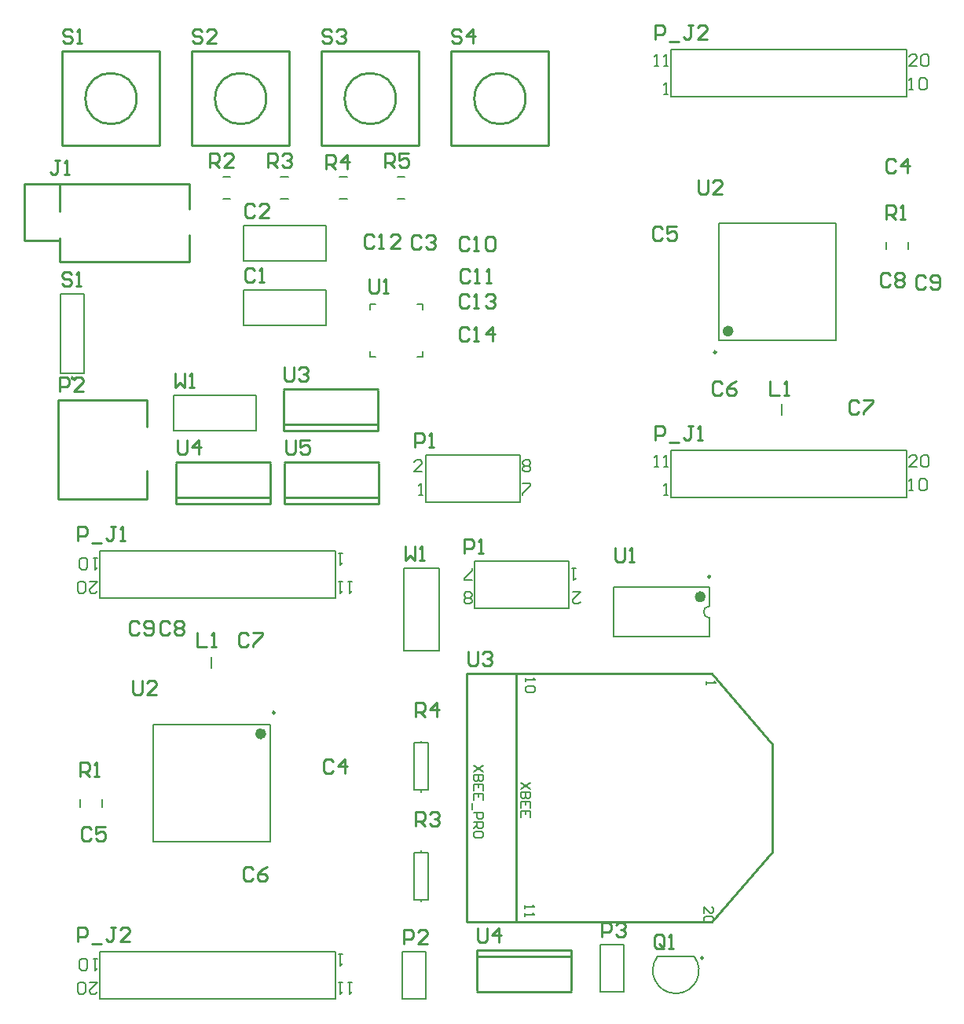
<source format=gto>
G04 Layer_Color=65535*
%FSLAX25Y25*%
%MOIN*%
G70*
G01*
G75*
%ADD20C,0.01000*%
%ADD42C,0.00984*%
%ADD43C,0.02362*%
%ADD44C,0.00787*%
%ADD45C,0.00600*%
%ADD46C,0.00800*%
%ADD47C,0.00700*%
D20*
X305686Y491764D02*
G03*
X305686Y491764I-10832J0D01*
G01*
X250687D02*
G03*
X250687Y491764I-10832J0D01*
G01*
X195686D02*
G03*
X195686Y491764I-10832J0D01*
G01*
X140687D02*
G03*
X140687Y491764I-10832J0D01*
G01*
X108000Y444000D02*
Y455500D01*
Y422500D02*
Y432500D01*
X163000Y422500D02*
Y434000D01*
Y445000D02*
Y455500D01*
X108000D02*
X163000D01*
X108000Y422500D02*
X163000D01*
X93000Y455500D02*
X108000D01*
X93000Y431500D02*
Y455500D01*
Y431500D02*
X108000D01*
X145000Y322000D02*
Y334000D01*
Y352500D02*
Y364000D01*
X107500D02*
X145000D01*
X107500Y322000D02*
Y364000D01*
Y322000D02*
X122500D01*
X145000D01*
X157500Y320000D02*
X197500D01*
X157500D02*
Y337000D01*
Y337500D02*
X197500D01*
Y320000D02*
Y337000D01*
X157500Y322500D02*
X197500D01*
X203000Y351000D02*
X243000D01*
X203000D02*
Y368000D01*
Y368500D02*
X243000D01*
Y351000D02*
Y368000D01*
X203000Y353500D02*
X243000D01*
X273988Y471843D02*
Y511843D01*
X315327Y471843D02*
Y511843D01*
X273988D02*
X315327D01*
X273988Y471843D02*
X315327D01*
X218988D02*
Y511843D01*
X260327Y471843D02*
Y511843D01*
X218988D02*
X260327D01*
X218988Y471843D02*
X260327D01*
X163988D02*
Y511843D01*
X205327Y471843D02*
Y511843D01*
X163988D02*
X205327D01*
X163988Y471843D02*
X205327D01*
X108988D02*
Y511843D01*
X150327Y471843D02*
Y511843D01*
X108988D02*
X150327D01*
X108988Y471843D02*
X150327D01*
X203500Y320000D02*
X243500D01*
X203500D02*
Y337000D01*
Y337500D02*
X243500D01*
Y320000D02*
Y337000D01*
X203500Y322500D02*
X243500D01*
X107999Y465491D02*
X105999D01*
X106999D01*
Y460493D01*
X105999Y459493D01*
X105000D01*
X104000Y460493D01*
X109998Y459493D02*
X111997D01*
X110998D01*
Y465491D01*
X109998Y464492D01*
X157100Y375398D02*
Y369400D01*
X159099Y371399D01*
X161099Y369400D01*
Y375398D01*
X163098Y369400D02*
X165097D01*
X164098D01*
Y375398D01*
X163098Y374398D01*
X379100Y457398D02*
Y452400D01*
X380100Y451400D01*
X382099D01*
X383099Y452400D01*
Y457398D01*
X389097Y451400D02*
X385098D01*
X389097Y455399D01*
Y456398D01*
X388097Y457398D01*
X386098D01*
X385098Y456398D01*
X458800Y440600D02*
Y446598D01*
X461799D01*
X462799Y445598D01*
Y443599D01*
X461799Y442599D01*
X458800D01*
X460799D02*
X462799Y440600D01*
X464798D02*
X466797D01*
X465798D01*
Y446598D01*
X464798Y445598D01*
X360700Y516900D02*
Y522898D01*
X363699D01*
X364699Y521898D01*
Y519899D01*
X363699Y518899D01*
X360700D01*
X366698Y515900D02*
X370697D01*
X376695Y522898D02*
X374695D01*
X375695D01*
Y517900D01*
X374695Y516900D01*
X373696D01*
X372696Y517900D01*
X382693Y516900D02*
X378694D01*
X382693Y520899D01*
Y521898D01*
X381693Y522898D01*
X379694D01*
X378694Y521898D01*
X360700Y346900D02*
Y352898D01*
X363699D01*
X364699Y351898D01*
Y349899D01*
X363699Y348899D01*
X360700D01*
X366698Y345900D02*
X370697D01*
X376695Y352898D02*
X374695D01*
X375695D01*
Y347900D01*
X374695Y346900D01*
X373696D01*
X372696Y347900D01*
X378694Y346900D02*
X380694D01*
X379694D01*
Y352898D01*
X378694Y351898D01*
X258700Y343900D02*
Y349898D01*
X261699D01*
X262699Y348898D01*
Y346899D01*
X261699Y345899D01*
X258700D01*
X264698Y343900D02*
X266697D01*
X265698D01*
Y349898D01*
X264698Y348898D01*
X409500Y371998D02*
Y366000D01*
X413499D01*
X415498D02*
X417497D01*
X416498D01*
Y371998D01*
X415498Y370998D01*
X475499Y415998D02*
X474499Y416998D01*
X472500D01*
X471500Y415998D01*
Y412000D01*
X472500Y411000D01*
X474499D01*
X475499Y412000D01*
X477498D02*
X478498Y411000D01*
X480497D01*
X481497Y412000D01*
Y415998D01*
X480497Y416998D01*
X478498D01*
X477498Y415998D01*
Y414999D01*
X478498Y413999D01*
X481497D01*
X460499Y416998D02*
X459499Y417998D01*
X457500D01*
X456500Y416998D01*
Y413000D01*
X457500Y412000D01*
X459499D01*
X460499Y413000D01*
X462498Y416998D02*
X463498Y417998D01*
X465497D01*
X466497Y416998D01*
Y415999D01*
X465497Y414999D01*
X466497Y413999D01*
Y413000D01*
X465497Y412000D01*
X463498D01*
X462498Y413000D01*
Y413999D01*
X463498Y414999D01*
X462498Y415999D01*
Y416998D01*
X463498Y414999D02*
X465497D01*
X388999Y370998D02*
X387999Y371998D01*
X386000D01*
X385000Y370998D01*
Y367000D01*
X386000Y366000D01*
X387999D01*
X388999Y367000D01*
X394997Y371998D02*
X392997Y370998D01*
X390998Y368999D01*
Y367000D01*
X391998Y366000D01*
X393997D01*
X394997Y367000D01*
Y367999D01*
X393997Y368999D01*
X390998D01*
X462799Y465298D02*
X461799Y466298D01*
X459800D01*
X458800Y465298D01*
Y461300D01*
X459800Y460300D01*
X461799D01*
X462799Y461300D01*
X467797Y460300D02*
Y466298D01*
X464798Y463299D01*
X468797D01*
X363699Y436698D02*
X362699Y437698D01*
X360700D01*
X359700Y436698D01*
Y432700D01*
X360700Y431700D01*
X362699D01*
X363699Y432700D01*
X369697Y437698D02*
X365698D01*
Y434699D01*
X367697Y435699D01*
X368697D01*
X369697Y434699D01*
Y432700D01*
X368697Y431700D01*
X366698D01*
X365698Y432700D01*
X446999Y362998D02*
X445999Y363998D01*
X444000D01*
X443000Y362998D01*
Y359000D01*
X444000Y358000D01*
X445999D01*
X446999Y359000D01*
X448998Y363998D02*
X452997D01*
Y362998D01*
X448998Y359000D01*
Y358000D01*
X281799Y393798D02*
X280799Y394798D01*
X278800D01*
X277800Y393798D01*
Y389800D01*
X278800Y388800D01*
X280799D01*
X281799Y389800D01*
X283798Y388800D02*
X285797D01*
X284798D01*
Y394798D01*
X283798Y393798D01*
X291795Y388800D02*
Y394798D01*
X288796Y391799D01*
X292795D01*
X281799Y407798D02*
X280799Y408798D01*
X278800D01*
X277800Y407798D01*
Y403800D01*
X278800Y402800D01*
X280799D01*
X281799Y403800D01*
X283798Y402800D02*
X285797D01*
X284798D01*
Y408798D01*
X283798Y407798D01*
X288796D02*
X289796Y408798D01*
X291795D01*
X292795Y407798D01*
Y406799D01*
X291795Y405799D01*
X290796D01*
X291795D01*
X292795Y404799D01*
Y403800D01*
X291795Y402800D01*
X289796D01*
X288796Y403800D01*
X241299Y433109D02*
X240299Y434109D01*
X238300D01*
X237300Y433109D01*
Y429111D01*
X238300Y428111D01*
X240299D01*
X241299Y429111D01*
X243298Y428111D02*
X245297D01*
X244298D01*
Y434109D01*
X243298Y433109D01*
X252295Y428111D02*
X248296D01*
X252295Y432110D01*
Y433109D01*
X251295Y434109D01*
X249296D01*
X248296Y433109D01*
X281999Y418604D02*
X280999Y419604D01*
X279000D01*
X278000Y418604D01*
Y414605D01*
X279000Y413605D01*
X280999D01*
X281999Y414605D01*
X283998Y413605D02*
X285997D01*
X284998D01*
Y419604D01*
X283998Y418604D01*
X288996Y413605D02*
X290996D01*
X289996D01*
Y419604D01*
X288996Y418604D01*
X261299Y432798D02*
X260299Y433798D01*
X258300D01*
X257300Y432798D01*
Y428800D01*
X258300Y427800D01*
X260299D01*
X261299Y428800D01*
X263298Y432798D02*
X264298Y433798D01*
X266297D01*
X267297Y432798D01*
Y431799D01*
X266297Y430799D01*
X265297D01*
X266297D01*
X267297Y429799D01*
Y428800D01*
X266297Y427800D01*
X264298D01*
X263298Y428800D01*
X281799Y432298D02*
X280799Y433298D01*
X278800D01*
X277800Y432298D01*
Y428300D01*
X278800Y427300D01*
X280799D01*
X281799Y428300D01*
X283798Y427300D02*
X285797D01*
X284798D01*
Y433298D01*
X283798Y432298D01*
X288796D02*
X289796Y433298D01*
X291795D01*
X292795Y432298D01*
Y428300D01*
X291795Y427300D01*
X289796D01*
X288796Y428300D01*
Y432298D01*
X108000Y367500D02*
Y373498D01*
X110999D01*
X111999Y372498D01*
Y370499D01*
X110999Y369499D01*
X108000D01*
X117997Y367500D02*
X113998D01*
X117997Y371499D01*
Y372498D01*
X116997Y373498D01*
X114998D01*
X113998Y372498D01*
X245947Y462700D02*
Y468698D01*
X248946D01*
X249946Y467698D01*
Y465699D01*
X248946Y464699D01*
X245947D01*
X247947D02*
X249946Y462700D01*
X255944Y468698D02*
X251945D01*
Y465699D01*
X253945Y466699D01*
X254944D01*
X255944Y465699D01*
Y463700D01*
X254944Y462700D01*
X252945D01*
X251945Y463700D01*
X221000Y462000D02*
Y467998D01*
X223999D01*
X224999Y466998D01*
Y464999D01*
X223999Y463999D01*
X221000D01*
X222999D02*
X224999Y462000D01*
X229997D02*
Y467998D01*
X226998Y464999D01*
X230997D01*
X196400Y462700D02*
Y468698D01*
X199399D01*
X200399Y467698D01*
Y465699D01*
X199399Y464699D01*
X196400D01*
X198399D02*
X200399Y462700D01*
X202398Y467698D02*
X203398Y468698D01*
X205397D01*
X206397Y467698D01*
Y466699D01*
X205397Y465699D01*
X204397D01*
X205397D01*
X206397Y464699D01*
Y463700D01*
X205397Y462700D01*
X203398D01*
X202398Y463700D01*
X171900Y462700D02*
Y468698D01*
X174899D01*
X175899Y467698D01*
Y465699D01*
X174899Y464699D01*
X171900D01*
X173899D02*
X175899Y462700D01*
X181897D02*
X177898D01*
X181897Y466699D01*
Y467698D01*
X180897Y468698D01*
X178898D01*
X177898Y467698D01*
X278499Y520298D02*
X277499Y521297D01*
X275500D01*
X274500Y520298D01*
Y519298D01*
X275500Y518298D01*
X277499D01*
X278499Y517299D01*
Y516299D01*
X277499Y515299D01*
X275500D01*
X274500Y516299D01*
X283497Y515299D02*
Y521297D01*
X280498Y518298D01*
X284497D01*
X223499Y520298D02*
X222499Y521298D01*
X220500D01*
X219500Y520298D01*
Y519299D01*
X220500Y518299D01*
X222499D01*
X223499Y517299D01*
Y516300D01*
X222499Y515300D01*
X220500D01*
X219500Y516300D01*
X225498Y520298D02*
X226498Y521298D01*
X228497D01*
X229497Y520298D01*
Y519299D01*
X228497Y518299D01*
X227497D01*
X228497D01*
X229497Y517299D01*
Y516300D01*
X228497Y515300D01*
X226498D01*
X225498Y516300D01*
X168499Y520298D02*
X167499Y521298D01*
X165500D01*
X164500Y520298D01*
Y519299D01*
X165500Y518299D01*
X167499D01*
X168499Y517299D01*
Y516300D01*
X167499Y515300D01*
X165500D01*
X164500Y516300D01*
X174497Y515300D02*
X170498D01*
X174497Y519299D01*
Y520298D01*
X173497Y521298D01*
X171498D01*
X170498Y520298D01*
X113499D02*
X112499Y521298D01*
X110500D01*
X109500Y520298D01*
Y519299D01*
X110500Y518299D01*
X112499D01*
X113499Y517299D01*
Y516300D01*
X112499Y515300D01*
X110500D01*
X109500Y516300D01*
X115498Y515300D02*
X117497D01*
X116498D01*
Y521298D01*
X115498Y520298D01*
X158000Y346998D02*
Y342000D01*
X159000Y341000D01*
X160999D01*
X161999Y342000D01*
Y346998D01*
X166997Y341000D02*
Y346998D01*
X163998Y343999D01*
X167997D01*
X203500Y377998D02*
Y373000D01*
X204500Y372000D01*
X206499D01*
X207499Y373000D01*
Y377998D01*
X209498Y376998D02*
X210498Y377998D01*
X212497D01*
X213497Y376998D01*
Y375999D01*
X212497Y374999D01*
X211497D01*
X212497D01*
X213497Y373999D01*
Y373000D01*
X212497Y372000D01*
X210498D01*
X209498Y373000D01*
X204000Y346998D02*
Y342000D01*
X205000Y341000D01*
X206999D01*
X207999Y342000D01*
Y346998D01*
X213997D02*
X209998D01*
Y343999D01*
X211997Y344999D01*
X212997D01*
X213997Y343999D01*
Y342000D01*
X212997Y341000D01*
X210998D01*
X209998Y342000D01*
X113099Y417198D02*
X112099Y418198D01*
X110100D01*
X109100Y417198D01*
Y416199D01*
X110100Y415199D01*
X112099D01*
X113099Y414199D01*
Y413200D01*
X112099Y412200D01*
X110100D01*
X109100Y413200D01*
X115098Y412200D02*
X117097D01*
X116098D01*
Y418198D01*
X115098Y417198D01*
X190599Y418898D02*
X189599Y419898D01*
X187600D01*
X186600Y418898D01*
Y414900D01*
X187600Y413900D01*
X189599D01*
X190599Y414900D01*
X192598Y413900D02*
X194597D01*
X193598D01*
Y419898D01*
X192598Y418898D01*
X190599Y446398D02*
X189599Y447398D01*
X187600D01*
X186600Y446398D01*
Y442400D01*
X187600Y441400D01*
X189599D01*
X190599Y442400D01*
X196597Y441400D02*
X192598D01*
X196597Y445399D01*
Y446398D01*
X195597Y447398D01*
X193598D01*
X192598Y446398D01*
X239300Y415257D02*
Y410259D01*
X240300Y409259D01*
X242299D01*
X243299Y410259D01*
Y415257D01*
X245298Y409259D02*
X247297D01*
X246298D01*
Y415257D01*
X245298Y414257D01*
X285000Y130500D02*
X325000D01*
Y113500D02*
Y130500D01*
X285000Y113000D02*
X325000D01*
X285000Y113500D02*
Y130500D01*
Y128000D02*
X325000D01*
X384791Y247870D02*
X410500Y217988D01*
X280815Y142516D02*
X384791D01*
X384807D01*
X384791D02*
X410500Y172398D01*
Y217988D01*
X280815Y142516D02*
Y247870D01*
X384791D01*
X301791Y142516D02*
Y247870D01*
X189999Y164998D02*
X188999Y165998D01*
X187000D01*
X186000Y164998D01*
Y161000D01*
X187000Y160000D01*
X188999D01*
X189999Y161000D01*
X195997Y165998D02*
X193997Y164998D01*
X191998Y162999D01*
Y161000D01*
X192998Y160000D01*
X194997D01*
X195997Y161000D01*
Y161999D01*
X194997Y162999D01*
X191998D01*
X115900Y304400D02*
Y310398D01*
X118899D01*
X119899Y309398D01*
Y307399D01*
X118899Y306399D01*
X115900D01*
X121898Y303400D02*
X125897D01*
X131895Y310398D02*
X129895D01*
X130895D01*
Y305400D01*
X129895Y304400D01*
X128896D01*
X127896Y305400D01*
X133894Y304400D02*
X135893D01*
X134894D01*
Y310398D01*
X133894Y309398D01*
X224199Y210683D02*
X223199Y211683D01*
X221200D01*
X220200Y210683D01*
Y206685D01*
X221200Y205685D01*
X223199D01*
X224199Y206685D01*
X229197Y205685D02*
Y211683D01*
X226198Y208684D01*
X230197D01*
X121551Y181798D02*
X120551Y182798D01*
X118552D01*
X117552Y181798D01*
Y177800D01*
X118552Y176800D01*
X120551D01*
X121551Y177800D01*
X127549Y182798D02*
X123550D01*
Y179799D01*
X125549Y180799D01*
X126549D01*
X127549Y179799D01*
Y177800D01*
X126549Y176800D01*
X124550D01*
X123550Y177800D01*
X188251Y264298D02*
X187252Y265298D01*
X185252D01*
X184253Y264298D01*
Y260300D01*
X185252Y259300D01*
X187252D01*
X188251Y260300D01*
X190251Y265298D02*
X194249D01*
Y264298D01*
X190251Y260300D01*
Y259300D01*
X154699Y269198D02*
X153699Y270198D01*
X151700D01*
X150700Y269198D01*
Y265200D01*
X151700Y264200D01*
X153699D01*
X154699Y265200D01*
X156698Y269198D02*
X157698Y270198D01*
X159697D01*
X160697Y269198D01*
Y268199D01*
X159697Y267199D01*
X160697Y266199D01*
Y265200D01*
X159697Y264200D01*
X157698D01*
X156698Y265200D01*
Y266199D01*
X157698Y267199D01*
X156698Y268199D01*
Y269198D01*
X157698Y267199D02*
X159697D01*
X141699Y269198D02*
X140699Y270198D01*
X138700D01*
X137700Y269198D01*
Y265200D01*
X138700Y264200D01*
X140699D01*
X141699Y265200D01*
X143698D02*
X144698Y264200D01*
X146697D01*
X147697Y265200D01*
Y269198D01*
X146697Y270198D01*
X144698D01*
X143698Y269198D01*
Y268199D01*
X144698Y267199D01*
X147697D01*
X166400Y265398D02*
Y259400D01*
X170399D01*
X172398D02*
X174397D01*
X173398D01*
Y265398D01*
X172398Y264398D01*
X279900Y298900D02*
Y304898D01*
X282899D01*
X283899Y303898D01*
Y301899D01*
X282899Y300899D01*
X279900D01*
X285898Y298900D02*
X287897D01*
X286898D01*
Y304898D01*
X285898Y303898D01*
X254100Y133400D02*
Y139398D01*
X257099D01*
X258099Y138398D01*
Y136399D01*
X257099Y135399D01*
X254100D01*
X264097Y133400D02*
X260098D01*
X264097Y137399D01*
Y138398D01*
X263097Y139398D01*
X261098D01*
X260098Y138398D01*
X338100Y136400D02*
Y142398D01*
X341099D01*
X342099Y141398D01*
Y139399D01*
X341099Y138399D01*
X338100D01*
X344098Y141398D02*
X345098Y142398D01*
X347097D01*
X348097Y141398D01*
Y140399D01*
X347097Y139399D01*
X346097D01*
X347097D01*
X348097Y138399D01*
Y137400D01*
X347097Y136400D01*
X345098D01*
X344098Y137400D01*
X115900Y134400D02*
Y140398D01*
X118899D01*
X119899Y139398D01*
Y137399D01*
X118899Y136399D01*
X115900D01*
X121898Y133400D02*
X125897D01*
X131895Y140398D02*
X129895D01*
X130895D01*
Y135400D01*
X129895Y134400D01*
X128896D01*
X127896Y135400D01*
X137893Y134400D02*
X133894D01*
X137893Y138399D01*
Y139398D01*
X136893Y140398D01*
X134894D01*
X133894Y139398D01*
X364299Y132300D02*
Y136298D01*
X363299Y137298D01*
X361300D01*
X360300Y136298D01*
Y132300D01*
X361300Y131300D01*
X363299D01*
X362299Y133299D02*
X364299Y131300D01*
X363299D02*
X364299Y132300D01*
X366298Y131300D02*
X368297D01*
X367298D01*
Y137298D01*
X366298Y136298D01*
X116800Y204100D02*
Y210098D01*
X119799D01*
X120799Y209098D01*
Y207099D01*
X119799Y206099D01*
X116800D01*
X118799D02*
X120799Y204100D01*
X122798D02*
X124797D01*
X123798D01*
Y210098D01*
X122798Y209098D01*
X259150Y183150D02*
Y189148D01*
X262149D01*
X263149Y188148D01*
Y186149D01*
X262149Y185149D01*
X259150D01*
X261149D02*
X263149Y183150D01*
X265148Y188148D02*
X266148Y189148D01*
X268147D01*
X269147Y188148D01*
Y187149D01*
X268147Y186149D01*
X267147D01*
X268147D01*
X269147Y185149D01*
Y184150D01*
X268147Y183150D01*
X266148D01*
X265148Y184150D01*
X259100Y229700D02*
Y235698D01*
X262099D01*
X263099Y234698D01*
Y232699D01*
X262099Y231699D01*
X259100D01*
X261099D02*
X263099Y229700D01*
X268097D02*
Y235698D01*
X265098Y232699D01*
X269097D01*
X343800Y301398D02*
Y296400D01*
X344800Y295400D01*
X346799D01*
X347799Y296400D01*
Y301398D01*
X349798Y295400D02*
X351797D01*
X350798D01*
Y301398D01*
X349798Y300398D01*
X139100Y244898D02*
Y239900D01*
X140100Y238900D01*
X142099D01*
X143099Y239900D01*
Y244898D01*
X149097Y238900D02*
X145098D01*
X149097Y242899D01*
Y243898D01*
X148097Y244898D01*
X146098D01*
X145098Y243898D01*
X281300Y257398D02*
Y252400D01*
X282300Y251400D01*
X284299D01*
X285299Y252400D01*
Y257398D01*
X287298Y256398D02*
X288298Y257398D01*
X290297D01*
X291297Y256398D01*
Y255399D01*
X290297Y254399D01*
X289297D01*
X290297D01*
X291297Y253399D01*
Y252400D01*
X290297Y251400D01*
X288298D01*
X287298Y252400D01*
X285500Y139998D02*
Y135000D01*
X286500Y134000D01*
X288499D01*
X289499Y135000D01*
Y139998D01*
X294497Y134000D02*
Y139998D01*
X291498Y136999D01*
X295497D01*
X254650Y301848D02*
Y295850D01*
X256649Y297849D01*
X258649Y295850D01*
Y301848D01*
X260648Y295850D02*
X262647D01*
X261648D01*
Y301848D01*
X260648Y300848D01*
D42*
X386614Y384177D02*
G03*
X386614Y384177I-492J0D01*
G01*
X113996Y373256D02*
G03*
X113996Y373256I-492J0D01*
G01*
X381134Y127315D02*
G03*
X381134Y127315I-492J0D01*
G01*
X384110Y289000D02*
G03*
X384110Y289000I-492J0D01*
G01*
X199370Y231323D02*
G03*
X199370Y231323I-492J0D01*
G01*
D43*
X392815Y393134D02*
G03*
X392815Y393134I-1181J0D01*
G01*
X381020Y280496D02*
G03*
X381020Y280496I-1181J0D01*
G01*
X194547Y222366D02*
G03*
X194547Y222366I-1181J0D01*
G01*
D44*
X387697Y389197D02*
X437303D01*
X387697Y438803D02*
X437303D01*
X387697Y389197D02*
Y438803D01*
X437303Y389197D02*
Y438803D01*
X156500Y351000D02*
Y366000D01*
X191500D01*
Y351000D02*
Y366000D01*
X156500Y351000D02*
X191500D01*
X263500Y320500D02*
X303500D01*
X263500Y340500D02*
X303500D01*
X263500Y320500D02*
Y340500D01*
X303500Y320500D02*
Y340500D01*
X458776Y427925D02*
Y431075D01*
X468224Y427925D02*
Y431075D01*
X367500Y512500D02*
X467500D01*
X367500Y492500D02*
Y512500D01*
Y492500D02*
X467500D01*
Y512500D01*
X367500Y342500D02*
X467500D01*
X367500Y322500D02*
Y342500D01*
Y322500D02*
X467500D01*
Y342500D01*
X251425Y449276D02*
X254575D01*
X251425Y458724D02*
X254575D01*
X201925Y449276D02*
X205075D01*
X201925Y458724D02*
X205075D01*
X177425Y449276D02*
X180575D01*
X177425Y458724D02*
X180575D01*
X226925Y458724D02*
X230075D01*
X226925Y449276D02*
X230075D01*
X108500Y375150D02*
X118500D01*
Y408850D01*
X108500D02*
X118500D01*
X108500Y375150D02*
Y408850D01*
X414468Y357638D02*
Y362362D01*
X186000Y423000D02*
X221000D01*
Y438000D01*
X186000D02*
X221000D01*
X186000Y423000D02*
Y438000D01*
Y395500D02*
X221000D01*
Y410500D01*
X186000D02*
X221000D01*
X186000Y395500D02*
Y410500D01*
X361705Y127905D02*
G03*
X377295Y127905I7795J-5906D01*
G01*
X383776Y276500D02*
G03*
X383776Y271500I0J-2500D01*
G01*
X125000Y280000D02*
Y300000D01*
X225000D01*
Y280000D02*
Y300000D01*
X125000Y280000D02*
X225000D01*
X261500Y197600D02*
Y198500D01*
Y218500D02*
Y219400D01*
X258500Y198500D02*
X261500D01*
X258500D02*
Y218500D01*
X264500D01*
Y198500D02*
Y218500D01*
X261500Y198500D02*
X264500D01*
X337500Y113000D02*
Y133000D01*
Y113000D02*
X347500D01*
Y133000D01*
X337500D02*
X347500D01*
X261500Y172000D02*
Y172900D01*
Y151100D02*
Y152000D01*
Y172000D02*
X264500D01*
Y152000D02*
Y172000D01*
X258500Y152000D02*
X264500D01*
X258500D02*
Y172000D01*
X261500D01*
X361705Y127905D02*
X377295D01*
X343224Y263567D02*
Y284433D01*
X383776Y263567D02*
Y271500D01*
Y276500D02*
Y284433D01*
X343224Y263567D02*
X383776D01*
X343224Y284433D02*
X383776D01*
X253500Y110000D02*
Y130000D01*
Y110000D02*
X263500D01*
Y130000D01*
X253500D02*
X263500D01*
X125000Y110000D02*
Y130000D01*
X225000D01*
Y110000D02*
Y130000D01*
X125000Y110000D02*
X225000D01*
X116776Y191425D02*
Y194575D01*
X126224Y191425D02*
Y194575D01*
X284000Y275500D02*
Y295500D01*
X324000Y275500D02*
Y295500D01*
X284000Y275500D02*
X324000D01*
X284000Y295500D02*
X324000D01*
X172500Y250138D02*
Y254862D01*
X254000Y257500D02*
Y292500D01*
Y257500D02*
X269000D01*
Y292500D01*
X254000D02*
X269000D01*
X147697Y176697D02*
Y226303D01*
X197303Y176697D02*
Y226303D01*
X147697Y176697D02*
X197303D01*
X147697Y226303D02*
X197303D01*
D45*
X239862Y382362D02*
Y384747D01*
Y404638D02*
X242249D01*
X262138Y382362D02*
Y384747D01*
X259751Y404638D02*
X262138D01*
X239862Y402253D02*
Y404638D01*
Y382362D02*
X242249D01*
X259751D02*
X262138D01*
Y402253D02*
Y404638D01*
D46*
X261832Y333500D02*
X258500D01*
X261832Y336832D01*
Y337665D01*
X260999Y338498D01*
X259333D01*
X258500Y337665D01*
X260500Y323500D02*
X262166D01*
X261333D01*
Y328498D01*
X260500Y327665D01*
X304500Y328498D02*
X307832D01*
Y327665D01*
X304500Y324333D01*
Y323500D01*
Y337665D02*
X305333Y338498D01*
X306999D01*
X307832Y337665D01*
Y336832D01*
X306999Y335999D01*
X307832Y335166D01*
Y334333D01*
X306999Y333500D01*
X305333D01*
X304500Y334333D01*
Y335166D01*
X305333Y335999D01*
X304500Y336832D01*
Y337665D01*
X305333Y335999D02*
X306999D01*
X471832Y505500D02*
X468500D01*
X471832Y508832D01*
Y509665D01*
X470999Y510498D01*
X469333D01*
X468500Y509665D01*
X473498D02*
X474331Y510498D01*
X475998D01*
X476831Y509665D01*
Y506333D01*
X475998Y505500D01*
X474331D01*
X473498Y506333D01*
Y509665D01*
X468500Y495500D02*
X470166D01*
X469333D01*
Y500498D01*
X468500Y499665D01*
X472665D02*
X473498Y500498D01*
X475165D01*
X475998Y499665D01*
Y496333D01*
X475165Y495500D01*
X473498D01*
X472665Y496333D01*
Y499665D01*
X364500Y505500D02*
X366166D01*
X365333D01*
Y510498D01*
X364500Y509665D01*
X360500Y505500D02*
X362166D01*
X361333D01*
Y510498D01*
X360500Y509665D01*
X364500Y493500D02*
X366166D01*
X365333D01*
Y498498D01*
X364500Y497665D01*
X471832Y335500D02*
X468500D01*
X471832Y338832D01*
Y339665D01*
X470999Y340498D01*
X469333D01*
X468500Y339665D01*
X473498D02*
X474331Y340498D01*
X475998D01*
X476831Y339665D01*
Y336333D01*
X475998Y335500D01*
X474331D01*
X473498Y336333D01*
Y339665D01*
X468500Y325500D02*
X470166D01*
X469333D01*
Y330498D01*
X468500Y329665D01*
X472665D02*
X473498Y330498D01*
X475165D01*
X475998Y329665D01*
Y326333D01*
X475165Y325500D01*
X473498D01*
X472665Y326333D01*
Y329665D01*
X364500Y335500D02*
X366166D01*
X365333D01*
Y340498D01*
X364500Y339665D01*
X360500Y335500D02*
X362166D01*
X361333D01*
Y340498D01*
X360500Y339665D01*
X364500Y323500D02*
X366166D01*
X365333D01*
Y328498D01*
X364500Y327665D01*
X228000Y299000D02*
X226334D01*
X227167D01*
Y294002D01*
X228000Y294835D01*
X232000Y287000D02*
X230334D01*
X231167D01*
Y282002D01*
X232000Y282835D01*
X228000Y287000D02*
X226334D01*
X227167D01*
Y282002D01*
X228000Y282835D01*
X124000Y297000D02*
X122334D01*
X123167D01*
Y292002D01*
X124000Y292835D01*
X119835D02*
X119002Y292002D01*
X117335D01*
X116502Y292835D01*
Y296167D01*
X117335Y297000D01*
X119002D01*
X119835Y296167D01*
Y292835D01*
X120668Y287000D02*
X124000D01*
X120668Y283668D01*
Y282835D01*
X121501Y282002D01*
X123167D01*
X124000Y282835D01*
X119002D02*
X118169Y282002D01*
X116502D01*
X115669Y282835D01*
Y286167D01*
X116502Y287000D01*
X118169D01*
X119002Y286167D01*
Y282835D01*
X228000Y129000D02*
X226334D01*
X227167D01*
Y124002D01*
X228000Y124835D01*
X232000Y117000D02*
X230334D01*
X231167D01*
Y112002D01*
X232000Y112835D01*
X228000Y117000D02*
X226334D01*
X227167D01*
Y112002D01*
X228000Y112835D01*
X124000Y127000D02*
X122334D01*
X123167D01*
Y122002D01*
X124000Y122835D01*
X119835D02*
X119002Y122002D01*
X117335D01*
X116502Y122835D01*
Y126167D01*
X117335Y127000D01*
X119002D01*
X119835Y126167D01*
Y122835D01*
X120668Y117000D02*
X124000D01*
X120668Y113668D01*
Y112835D01*
X121501Y112002D01*
X123167D01*
X124000Y112835D01*
X119002D02*
X118169Y112002D01*
X116502D01*
X115669Y112835D01*
Y116167D01*
X116502Y117000D01*
X118169D01*
X119002Y116167D01*
Y112835D01*
X283000Y278335D02*
X282167Y277502D01*
X280501D01*
X279668Y278335D01*
Y279168D01*
X280501Y280001D01*
X279668Y280834D01*
Y281667D01*
X280501Y282500D01*
X282167D01*
X283000Y281667D01*
Y280834D01*
X282167Y280001D01*
X283000Y279168D01*
Y278335D01*
X282167Y280001D02*
X280501D01*
X283000Y287502D02*
X279668D01*
Y288335D01*
X283000Y291667D01*
Y292500D01*
X327000D02*
X325334D01*
X326167D01*
Y287502D01*
X327000Y288335D01*
X325668Y282500D02*
X329000D01*
X325668Y279168D01*
Y278335D01*
X326501Y277502D01*
X328167D01*
X329000Y278335D01*
D47*
X381291Y146334D02*
Y149000D01*
X383957Y146334D01*
X384624D01*
X385290Y147001D01*
Y148334D01*
X384624Y149000D01*
Y145001D02*
X385290Y144335D01*
Y143002D01*
X384624Y142335D01*
X381958D01*
X381291Y143002D01*
Y144335D01*
X381958Y145001D01*
X384624D01*
X305291Y149500D02*
Y148167D01*
Y148834D01*
X309290D01*
X308624Y149500D01*
X305291Y146168D02*
Y144835D01*
Y145501D01*
X309290D01*
X308624Y146168D01*
X305791Y246000D02*
Y244667D01*
Y245334D01*
X309790D01*
X309124Y246000D01*
Y242668D02*
X309790Y242001D01*
Y240668D01*
X309124Y240002D01*
X306458D01*
X305791Y240668D01*
Y242001D01*
X306458Y242668D01*
X309124D01*
X382291Y244500D02*
Y243167D01*
Y243834D01*
X386290D01*
X385624Y244500D01*
X287790Y209000D02*
X283791Y206334D01*
X287790D02*
X283791Y209000D01*
X287790Y205001D02*
X283791D01*
Y203002D01*
X284458Y202336D01*
X285124D01*
X285791Y203002D01*
Y205001D01*
Y203002D01*
X286457Y202336D01*
X287124D01*
X287790Y203002D01*
Y205001D01*
Y198337D02*
Y201003D01*
X283791D01*
Y198337D01*
X285791Y201003D02*
Y199670D01*
X287790Y194338D02*
Y197004D01*
X283791D01*
Y194338D01*
X285791Y197004D02*
Y195671D01*
X283125Y193005D02*
Y190339D01*
X283791Y189006D02*
X287790D01*
Y187007D01*
X287124Y186341D01*
X285791D01*
X285124Y187007D01*
Y189006D01*
X283791Y185008D02*
X287790D01*
Y183008D01*
X287124Y182342D01*
X285791D01*
X285124Y183008D01*
Y185008D01*
Y183675D02*
X283791Y182342D01*
X287790Y179010D02*
Y180343D01*
X287124Y181009D01*
X284458D01*
X283791Y180343D01*
Y179010D01*
X284458Y178343D01*
X287124D01*
X287790Y179010D01*
X307790Y201500D02*
X303791Y198834D01*
X307790D02*
X303791Y201500D01*
X307790Y197501D02*
X303791D01*
Y195502D01*
X304458Y194835D01*
X305124D01*
X305791Y195502D01*
Y197501D01*
Y195502D01*
X306457Y194835D01*
X307124D01*
X307790Y195502D01*
Y197501D01*
Y190837D02*
Y193503D01*
X303791D01*
Y190837D01*
X305791Y193503D02*
Y192170D01*
X307790Y186838D02*
Y189504D01*
X303791D01*
Y186838D01*
X305791Y189504D02*
Y188171D01*
M02*

</source>
